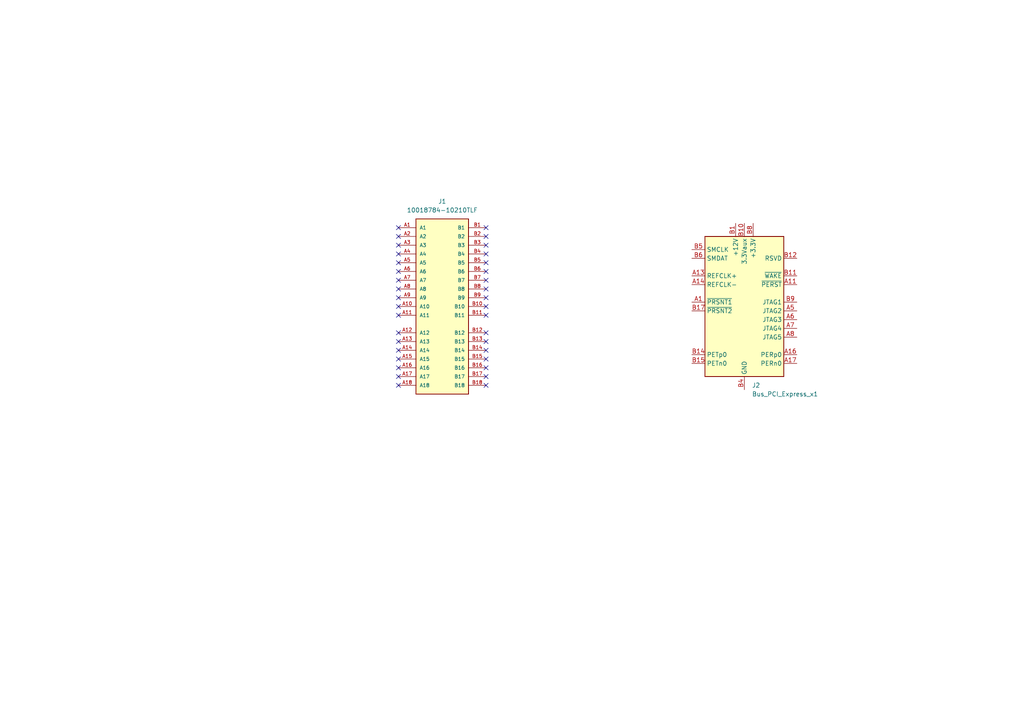
<source format=kicad_sch>
(kicad_sch (version 20231120) (generator "eeschema") (generator_version "8.0")
  (paper "A4")
  (lib_symbols
    (symbol "10018784-10210TLF:10018784-10210TLF" (pin_names (offset 1.016))
      (property "Reference" "J" (at -7.6109 26.1679 0))
      (property "Value" "10018784-10210TLF" (at -7.6106 -28.0246 0))
      (symbol "10018784-10210TLF_0_0"
        (rectangle (start -7.62 -25.4) (end 7.62 25.4) (stroke (width 0.254)) (fill (type background)))
        (pin passive line (at -12.7 22.86 0) (length 5.08) (name "A1") (number "A1"))
        (pin passive line (at -12.7 0 0) (length 5.08) (name "A10") (number "A10"))
        (pin passive line (at -12.7 -2.54 0) (length 5.08) (name "A11") (number "A11"))
        (pin passive line (at -12.7 -7.62 0) (length 5.08) (name "A12") (number "A12"))
        (pin passive line (at -12.7 -10.16 0) (length 5.08) (name "A13") (number "A13"))
        (pin passive line (at -12.7 -12.7 0) (length 5.08) (name "A14") (number "A14"))
        (pin passive line (at -12.7 -15.24 0) (length 5.08) (name "A15") (number "A15"))
        (pin passive line (at -12.7 -17.78 0) (length 5.08) (name "A16") (number "A16"))
        (pin passive line (at -12.7 -20.32 0) (length 5.08) (name "A17") (number "A17"))
        (pin passive line (at -12.7 -22.86 0) (length 5.08) (name "A18") (number "A18"))
        (pin passive line (at -12.7 20.32 0) (length 5.08) (name "A2") (number "A2"))
        (pin passive line (at -12.7 17.78 0) (length 5.08) (name "A3") (number "A3"))
        (pin passive line (at -12.7 15.24 0) (length 5.08) (name "A4") (number "A4"))
        (pin passive line (at -12.7 12.7 0) (length 5.08) (name "A5") (number "A5"))
        (pin passive line (at -12.7 10.16 0) (length 5.08) (name "A6") (number "A6"))
        (pin passive line (at -12.7 7.62 0) (length 5.08) (name "A7") (number "A7"))
        (pin passive line (at -12.7 5.08 0) (length 5.08) (name "A8") (number "A8"))
        (pin passive line (at -12.7 2.54 0) (length 5.08) (name "A9") (number "A9"))
        (pin passive line (at 12.7 22.86 180) (length 5.08) (name "B1") (number "B1"))
        (pin passive line (at 12.7 0 180) (length 5.08) (name "B10") (number "B10"))
        (pin passive line (at 12.7 -2.54 180) (length 5.08) (name "B11") (number "B11"))
        (pin passive line (at 12.7 -7.62 180) (length 5.08) (name "B12") (number "B12"))
        (pin passive line (at 12.7 -10.16 180) (length 5.08) (name "B13") (number "B13"))
        (pin passive line (at 12.7 -12.7 180) (length 5.08) (name "B14") (number "B14"))
        (pin passive line (at 12.7 -15.24 180) (length 5.08) (name "B15") (number "B15"))
        (pin passive line (at 12.7 -17.78 180) (length 5.08) (name "B16") (number "B16"))
        (pin passive line (at 12.7 -20.32 180) (length 5.08) (name "B17") (number "B17"))
        (pin passive line (at 12.7 -22.86 180) (length 5.08) (name "B18") (number "B18"))
        (pin passive line (at 12.7 20.32 180) (length 5.08) (name "B2") (number "B2"))
        (pin passive line (at 12.7 17.78 180) (length 5.08) (name "B3") (number "B3"))
        (pin passive line (at 12.7 15.24 180) (length 5.08) (name "B4") (number "B4"))
        (pin passive line (at 12.7 12.7 180) (length 5.08) (name "B5") (number "B5"))
        (pin passive line (at 12.7 10.16 180) (length 5.08) (name "B6") (number "B6"))
        (pin passive line (at 12.7 7.62 180) (length 5.08) (name "B7") (number "B7"))
        (pin passive line (at 12.7 5.08 180) (length 5.08) (name "B8") (number "B8"))
        (pin passive line (at 12.7 2.54 180) (length 5.08) (name "B9") (number "B9"))
      )
    )
    (symbol "Connector:Bus_PCI_Express_x1"
      (property "Reference" "J" (at -8.89 22.86 0))
      (property "Value" "Bus_PCI_Express_x1" (at 12.7 22.86 0))
      (symbol "Bus_PCI_Express_x1_0_1"
        (rectangle (start -11.43 21.59) (end 11.43 -19.05) (stroke (width 0.254)) (fill (type background)))
      )
      (symbol "Bus_PCI_Express_x1_1_1"
        (pin passive line (at -15.24 2.54 0) (length 3.81) (name "~{PRSNT1}") (number "A1"))
        (pin passive line (at 2.54 25.4 270) (length 3.81) hide (name "+3.3V") (number "A10"))
        (pin input line (at 15.24 7.62 180) (length 3.81) (name "~{PERST}") (number "A11"))
        (pin passive line (at 0 -22.86 90) (length 3.81) hide (name "GND") (number "A12"))
        (pin input line (at -15.24 10.16 0) (length 3.81) (name "REFCLK+") (number "A13"))
        (pin input line (at -15.24 7.62 0) (length 3.81) (name "REFCLK-") (number "A14"))
        (pin passive line (at 0 -22.86 90) (length 3.81) hide (name "GND") (number "A15"))
        (pin output line (at 15.24 -12.7 180) (length 3.81) (name "PERp0") (number "A16"))
        (pin output line (at 15.24 -15.24 180) (length 3.81) (name "PERn0") (number "A17"))
        (pin passive line (at 0 -22.86 90) (length 3.81) hide (name "GND") (number "A18"))
        (pin passive line (at -2.54 25.4 270) (length 3.81) hide (name "+12V") (number "A2"))
        (pin passive line (at -2.54 25.4 270) (length 3.81) hide (name "+12V") (number "A3"))
        (pin passive line (at 0 -22.86 90) (length 3.81) hide (name "GND") (number "A4"))
        (pin input line (at 15.24 0 180) (length 3.81) (name "JTAG2") (number "A5"))
        (pin input line (at 15.24 -2.54 180) (length 3.81) (name "JTAG3") (number "A6"))
        (pin output line (at 15.24 -5.08 180) (length 3.81) (name "JTAG4") (number "A7"))
        (pin input line (at 15.24 -7.62 180) (length 3.81) (name "JTAG5") (number "A8"))
        (pin passive line (at 2.54 25.4 270) (length 3.81) hide (name "+3.3V") (number "A9"))
        (pin power_in line (at -2.54 25.4 270) (length 3.81) (name "+12V") (number "B1"))
        (pin power_in line (at 0 25.4 270) (length 3.81) (name "3.3Vaux") (number "B10"))
        (pin open_collector line (at 15.24 10.16 180) (length 3.81) (name "~{WAKE}") (number "B11"))
        (pin passive line (at 15.24 15.24 180) (length 3.81) (name "RSVD") (number "B12"))
        (pin passive line (at 0 -22.86 90) (length 3.81) hide (name "GND") (number "B13"))
        (pin input line (at -15.24 -12.7 0) (length 3.81) (name "PETp0") (number "B14"))
        (pin input line (at -15.24 -15.24 0) (length 3.81) (name "PETn0") (number "B15"))
        (pin passive line (at 0 -22.86 90) (length 3.81) hide (name "GND") (number "B16"))
        (pin passive line (at -15.24 0 0) (length 3.81) (name "~{PRSNT2}") (number "B17"))
        (pin passive line (at 0 -22.86 90) (length 3.81) hide (name "GND") (number "B18"))
        (pin passive line (at -2.54 25.4 270) (length 3.81) hide (name "+12V") (number "B2"))
        (pin passive line (at -2.54 25.4 270) (length 3.81) hide (name "+12V") (number "B3"))
        (pin power_in line (at 0 -22.86 90) (length 3.81) (name "GND") (number "B4"))
        (pin input line (at -15.24 17.78 0) (length 3.81) (name "SMCLK") (number "B5"))
        (pin bidirectional line (at -15.24 15.24 0) (length 3.81) (name "SMDAT") (number "B6"))
        (pin passive line (at 0 -22.86 90) (length 3.81) hide (name "GND") (number "B7"))
        (pin power_in line (at 2.54 25.4 270) (length 3.81) (name "+3.3V") (number "B8"))
        (pin input line (at 15.24 2.54 180) (length 3.81) (name "JTAG1") (number "B9"))
      )
    )
  )
  (no_connect (at 140.97 86.36))
  (no_connect (at 140.97 71.12))
  (no_connect (at 140.97 83.82))
  (no_connect (at 115.57 81.28))
  (no_connect (at 140.97 73.66))
  (no_connect (at 115.57 68.58))
  (no_connect (at 115.57 101.6))
  (no_connect (at 115.57 104.14))
  (no_connect (at 140.97 76.2))
  (no_connect (at 140.97 81.28))
  (no_connect (at 140.97 78.74))
  (no_connect (at 140.97 88.9))
  (no_connect (at 115.57 109.22))
  (no_connect (at 115.57 91.44))
  (no_connect (at 140.97 91.44))
  (no_connect (at 140.97 99.06))
  (no_connect (at 115.57 96.52))
  (no_connect (at 115.57 78.74))
  (no_connect (at 140.97 96.52))
  (no_connect (at 115.57 88.9))
  (no_connect (at 115.57 99.06))
  (no_connect (at 140.97 68.58))
  (no_connect (at 140.97 109.22))
  (no_connect (at 140.97 104.14))
  (no_connect (at 115.57 66.04))
  (no_connect (at 115.57 111.76))
  (no_connect (at 115.57 106.68))
  (no_connect (at 115.57 71.12))
  (no_connect (at 140.97 66.04))
  (no_connect (at 115.57 73.66))
  (no_connect (at 140.97 111.76))
  (no_connect (at 115.57 86.36))
  (no_connect (at 115.57 76.2))
  (no_connect (at 140.97 106.68))
  (no_connect (at 115.57 83.82))
  (no_connect (at 140.97 101.6))
  (symbol (lib_id "10018784-10210TLF:10018784-10210TLF") (at 128.27 88.9 0) (unit 1)
    (property "Reference" "J1" (at 128.27 58.42 0))
    (property "Value" "10018784-10210TLF" (at 128.27 60.96 0))
    (property "Footprint" "10018784_10210TLF:AMPHENOL_10018784-10210TLF" (effects (hide yes)))
    (property "PARTREV" "S" (effects (hide yes)))
    (property "STANDARD" "Manufacturer Recommendations" (effects (hide yes)))
    (property "MANUFACTURER" "Amphenol" (effects (hide yes)))
  )
  (symbol (lib_id "Connector:Bus_PCI_Express_x1") (at 215.9 90.17 0) (unit 1)
    (property "Reference" "J2" (at 218.0941 111.76 0) (effects (justify left)))
    (property "Value" "Bus_PCI_Express_x1" (at 218.0941 114.3 0) (effects (justify left)))
    (property "Footprint" "Connector_PCBEdge:BUS_PCIexpress_x1" (effects (hide yes)))
    (property "Datasheet" "http://www.ritrontek.com/uploadfile/2016/1026/20161026105231124.pdf#page=63" (effects (hide yes)))
    (property "Description" "PCI Express bus connector x1" (effects (hide yes)))
  )
)
</source>
